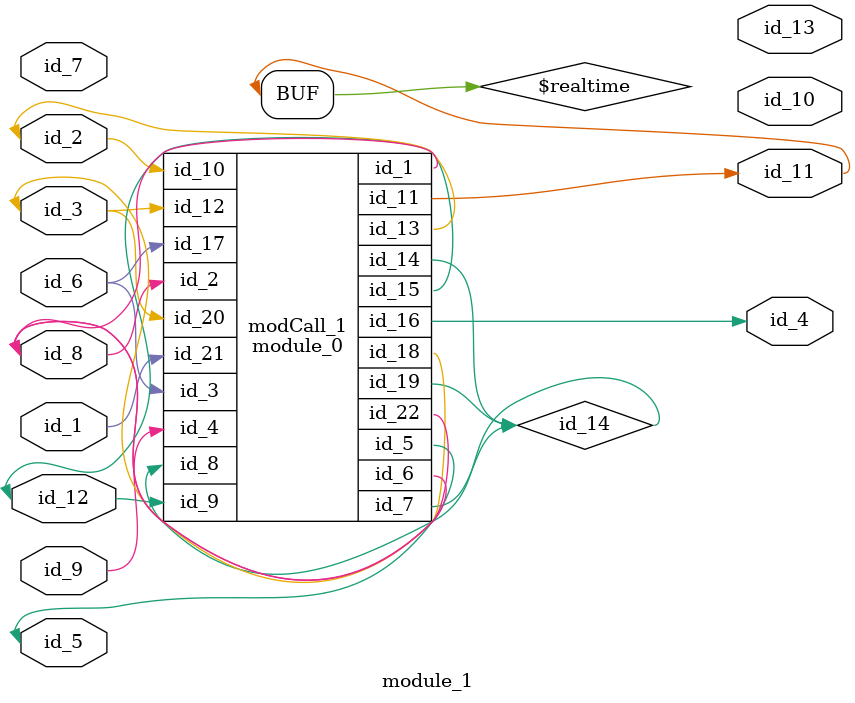
<source format=v>
module module_0 (
    id_1,
    id_2,
    id_3,
    id_4,
    id_5,
    id_6,
    id_7,
    id_8,
    id_9,
    id_10,
    id_11,
    id_12,
    id_13,
    id_14,
    id_15,
    id_16,
    id_17,
    id_18,
    id_19,
    id_20,
    id_21,
    id_22
);
  inout wire id_22;
  input wire id_21;
  input wire id_20;
  output wire id_19;
  inout wire id_18;
  input wire id_17;
  output wire id_16;
  output wire id_15;
  inout wire id_14;
  inout wire id_13;
  input wire id_12;
  output wire id_11;
  input wire id_10;
  input wire id_9;
  input wire id_8;
  inout wire id_7;
  inout wire id_6;
  output wire id_5;
  input wire id_4;
  input wire id_3;
  input wire id_2;
  inout wire id_1;
  wire id_23;
  wire id_24;
endmodule
module module_1 (
    id_1,
    id_2,
    id_3,
    id_4,
    id_5,
    id_6,
    id_7,
    id_8,
    id_9,
    id_10,
    id_11,
    id_12,
    id_13
);
  output wire id_13;
  inout wire id_12;
  output wire id_11;
  output wire id_10;
  input wire id_9;
  inout wire id_8;
  input wire id_7;
  input wire id_6;
  inout wire id_5;
  output wire id_4;
  inout wire id_3;
  inout wire id_2;
  inout wire id_1;
  assign id_11 = $realtime;
  wire id_14;
  module_0 modCall_1 (
      id_8,
      id_8,
      id_6,
      id_9,
      id_5,
      id_8,
      id_14,
      id_14,
      id_12,
      id_2,
      id_11,
      id_3,
      id_2,
      id_14,
      id_12,
      id_4,
      id_6,
      id_3,
      id_14,
      id_3,
      id_1,
      id_8
  );
  wire id_15;
endmodule

</source>
